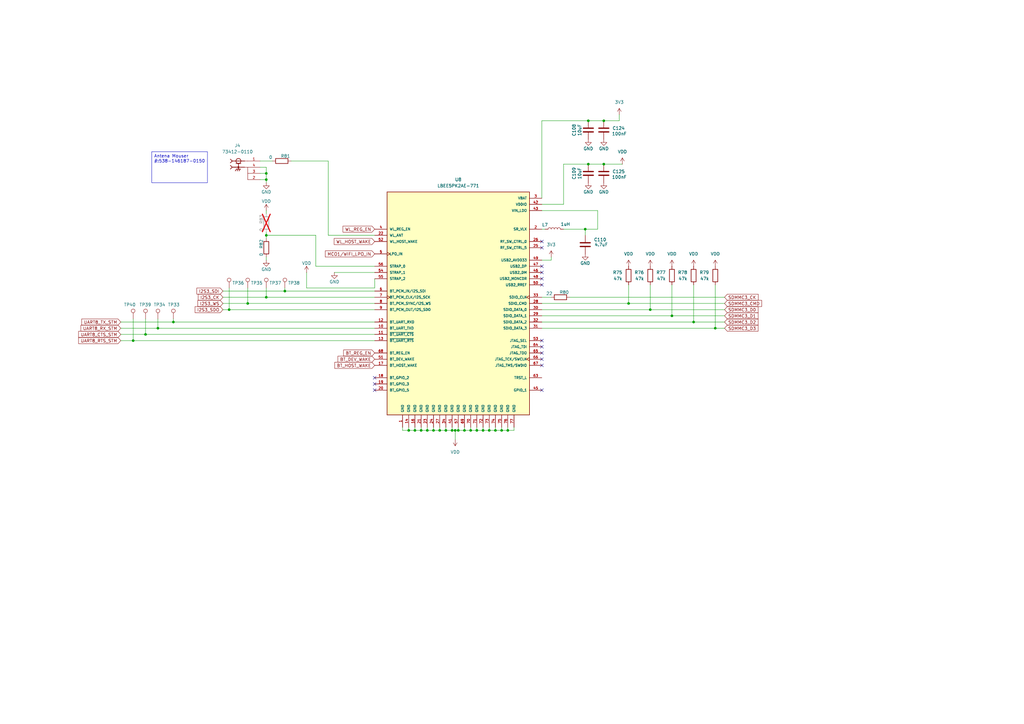
<source format=kicad_sch>
(kicad_sch (version 20250114) (generator "eeschema") (generator_version "9.0")
  (paper "A3")
  (title_block (comment 1 "Author: Mykola Grodskyi"))
  (lib_symbols
    (symbol "73412-0110:73412-0110" (pin_names (offset 1.016))
      (property "Reference" "J" (at -3.81 4.064 0))
      (property "Value" "73412-0110" (at -10.414 -4.572 0))
      (symbol "73412-0110_0_0"
        (polyline (pts (xy -3.302 3.302) (xy -2.54 2.54)) (stroke (width 0.254)))
        (polyline (pts (xy -3.302 1.778) (xy -2.54 2.54)) (stroke (width 0.254)))
        (polyline (pts (xy -3.302 0.762) (xy -2.54 0)) (stroke (width 0.254)))
        (polyline (pts (xy -3.302 -0.762) (xy -2.54 0)) (stroke (width 0.254)))
        (polyline (pts (xy -2.54 2.54) (xy 2.54 2.54)) (stroke (width 0.254)))
        (polyline (pts (xy -2.54 0) (xy 0 0)) (stroke (width 0.254)))
        (polyline (pts (xy -1.016 1.524) (xy 0 1.524)) (stroke (width 0.254)))
        (polyline (pts (xy -0.762 -0.762) (xy -1.27 -1.524)) (stroke (width 0.254)))
        (circle (center 0 2.54) (radius 1.016) (stroke (width 0.254)))
        (polyline (pts (xy 0 1.524) (xy 0 0)) (stroke (width 0.254)))
        (polyline (pts (xy 0 1.524) (xy 1.016 1.524)) (stroke (width 0.254)))
        (polyline (pts (xy 0 0) (xy -2.286 0)) (stroke (width 0.254)))
        (polyline (pts (xy 0 0) (xy 0 -0.762)) (stroke (width 0.254)))
        (circle (center 0 0) (radius 0.254) (stroke (width 0.254)))
        (polyline (pts (xy 0 -0.762) (xy -0.762 -0.762)) (stroke (width 0.254)))
        (polyline (pts (xy 0 -0.762) (xy -0.508 -1.524)) (stroke (width 0.254)))
        (polyline (pts (xy 0 -0.762) (xy 0.762 -0.762)) (stroke (width 0.254)))
        (polyline (pts (xy 0.762 -0.762) (xy 0.254 -1.524)) (stroke (width 0.254)))
        (polyline (pts (xy 2.54 0) (xy 0 0)) (stroke (width 0.254)))
        (pin passive line (at 8.89 2.54 180) (length 5.08) (name "~") (number "1"))
        (pin power_in line (at 8.89 0 180) (length 5.08) (name "~") (number "4"))
        (pin power_in line (at 8.89 -2.54 180) (length 5.08) (name "~") (number "3"))
        (pin power_in line (at 8.89 -5.08 180) (length 5.08) (name "~") (number "2"))
      )
      (symbol "73412-0110_0_1"
        (polyline (pts (xy 2.54 0) (xy 3.81 0) (xy 3.81 -5.08)))
        (polyline (pts (xy 3.81 2.54) (xy 2.54 2.54)))
      )
    )
    (symbol "Connector:TestPoint" (pin_numbers (hide yes)) (pin_names (offset 0.762) (hide yes))
      (property "Reference" "TP" (at 0 6.858 0))
      (property "Value" "TestPoint" (at 0 5.08 0))
      (symbol "TestPoint_0_1"
        (circle (center 0 3.302) (radius 0.762))
      )
      (symbol "TestPoint_1_1"
        (pin passive line (at 0 0 90) (length 2.54) (name "1") (number "1"))
      )
    )
    (symbol "Device:C" (pin_numbers (hide yes)) (pin_names (offset 0.254))
      (property "Reference" "C" (at 0.635 2.54 0))
      (property "Value" "C" (at 0.635 -2.54 0))
      (symbol "C_0_1"
        (polyline (pts (xy -2.032 0.762) (xy 2.032 0.762)) (stroke (width 0.508)))
        (polyline (pts (xy -2.032 -0.762) (xy 2.032 -0.762)) (stroke (width 0.508)))
      )
      (symbol "C_1_1"
        (pin passive line (at 0 3.81 270) (length 2.794) (name "~") (number "1"))
        (pin passive line (at 0 -3.81 90) (length 2.794) (name "~") (number "2"))
      )
    )
    (symbol "Device:L" (pin_numbers (hide yes)) (pin_names (offset 1.016) (hide yes))
      (property "Reference" "L" (at -1.27 0 90))
      (property "Value" "L" (at 1.905 0 90))
      (symbol "L_0_1"
        (arc (start 0 2.54) (mid 0.6323 1.905) (end 0 1.27))
        (arc (start 0 1.27) (mid 0.6323 0.635) (end 0 0))
        (arc (start 0 0) (mid 0.6323 -0.635) (end 0 -1.27))
        (arc (start 0 -1.27) (mid 0.6323 -1.905) (end 0 -2.54))
      )
      (symbol "L_1_1"
        (pin passive line (at 0 3.81 270) (length 1.27) (name "1") (number "1"))
        (pin passive line (at 0 -3.81 90) (length 1.27) (name "2") (number "2"))
      )
    )
    (symbol "Device:R" (pin_numbers (hide yes)) (pin_names (offset 0))
      (property "Reference" "R" (at 2.032 0 90))
      (property "Value" "R" (at 0 0 90))
      (symbol "R_0_1"
        (rectangle (start -1.016 -2.54) (end 1.016 2.54) (stroke (width 0.254)))
      )
      (symbol "R_1_1"
        (pin passive line (at 0 3.81 270) (length 1.27) (name "~") (number "1"))
        (pin passive line (at 0 -3.81 90) (length 1.27) (name "~") (number "2"))
      )
    )
    (symbol "LBEE5PK2AE:LBEE5PK2BC-771" (pin_names (offset 1.016))
      (property "Reference" "U" (at -27.94 46.482 0))
      (property "Value" "LBEE5PK2AE-771" (at -21.59 46.482 0))
      (symbol "LBEE5PK2BC-771_0_0"
        (rectangle (start -29.21 45.72) (end 29.21 -45.72) (stroke (width 0.254)) (fill (type background)))
        (pin input line (at -34.29 30.48 0) (length 5.08) (name "WL_REG_EN") (number "4"))
        (pin output line (at -34.29 27.94 0) (length 5.08) (name "WL_ANT") (number "22"))
        (pin output line (at -34.29 25.4 0) (length 5.08) (name "WL_HOST_WAKE") (number "52"))
        (pin input clock (at -34.29 20.32 0) (length 5.08) (name "LPO_IN") (number "5"))
        (pin input line (at -34.29 15.24 0) (length 5.08) (name "STRAP_0") (number "56"))
        (pin input line (at -34.29 12.7 0) (length 5.08) (name "STRAP_1") (number "54"))
        (pin input line (at -34.29 10.16 0) (length 5.08) (name "STRAP_2") (number "55"))
        (pin input line (at -34.29 -7.62 0) (length 5.08) (name "BT_UART_RXD") (number "12"))
        (pin output line (at -34.29 -10.16 0) (length 5.08) (name "BT_UART_TXD") (number "10"))
        (pin input line (at -34.29 -12.7 0) (length 5.08) (name "~{BT_UART_CTS}") (number "11"))
        (pin output line (at -34.29 -15.24 0) (length 5.08) (name "~{BT_UART_RTS}") (number "13"))
        (pin input line (at -34.29 -20.32 0) (length 5.08) (name "BT_REG_EN") (number "68"))
        (pin input line (at -34.29 -22.86 0) (length 5.08) (name "BT_DEV_WAKE") (number "51"))
        (pin bidirectional line (at -34.29 -25.4 0) (length 5.08) (name "BT_HOST_WAKE") (number "17"))
        (pin bidirectional line (at -34.29 -30.48 0) (length 5.08) (name "BT_GPIO_2") (number "18"))
        (pin bidirectional line (at -34.29 -33.02 0) (length 5.08) (name "BT_GPIO_3") (number "19"))
        (pin bidirectional line (at -34.29 -35.56 0) (length 5.08) (name "BT_GPIO_5") (number "20"))
        (pin power_in line (at -22.86 -50.8 90) (length 5.08) (name "GND") (number "1"))
        (pin power_in line (at -20.32 -50.8 90) (length 5.08) (name "GND") (number "14"))
        (pin power_in line (at -17.78 -50.8 90) (length 5.08) (name "GND") (number "16"))
        (pin power_in line (at -15.24 -50.8 90) (length 5.08) (name "GND") (number "21"))
        (pin power_in line (at -12.7 -50.8 90) (length 5.08) (name "GND") (number "23"))
        (pin power_in line (at -10.16 -50.8 90) (length 5.08) (name "GND") (number "24"))
        (pin power_in line (at -7.62 -50.8 90) (length 5.08) (name "GND") (number "27"))
        (pin power_in line (at -5.08 -50.8 90) (length 5.08) (name "GND") (number "34"))
        (pin power_in line (at -2.54 -50.8 90) (length 5.08) (name "GND") (number "41"))
        (pin power_in line (at 0 -50.8 90) (length 5.08) (name "GND") (number "57"))
        (pin no_connect line (at 1.27 -5.08 0) (length 5.08) (hide yes) (name "NC") (number "15"))
        (pin no_connect line (at 1.27 -7.62 0) (length 5.08) (hide yes) (name "NC") (number "35"))
        (pin no_connect line (at 1.27 -10.16 0) (length 5.08) (hide yes) (name "NC") (number "36"))
        (pin no_connect line (at 1.27 -12.7 0) (length 5.08) (hide yes) (name "NC") (number "37"))
        (pin no_connect line (at 1.27 -15.24 0) (length 5.08) (hide yes) (name "NC") (number "38"))
        (pin no_connect line (at 1.27 -17.78 0) (length 5.08) (hide yes) (name "NC") (number "39"))
        (pin no_connect line (at 1.27 -20.32 0) (length 5.08) (hide yes) (name "NC") (number "40"))
        (pin no_connect line (at 1.27 -22.86 0) (length 5.08) (hide yes) (name "NC") (number "59"))
        (pin no_connect line (at 1.27 -25.4 0) (length 5.08) (hide yes) (name "NC") (number "60"))
        (pin power_in line (at 2.54 -50.8 90) (length 5.08) (name "GND") (number "69"))
        (pin power_in line (at 5.08 -50.8 90) (length 5.08) (name "GND") (number "70"))
        (pin power_in line (at 7.62 -50.8 90) (length 5.08) (name "GND") (number "71"))
        (pin power_in line (at 10.16 -50.8 90) (length 5.08) (name "GND") (number "72"))
        (pin power_in line (at 12.7 -50.8 90) (length 5.08) (name "GND") (number "73"))
        (pin power_in line (at 15.24 -50.8 90) (length 5.08) (name "GND") (number "74"))
        (pin power_in line (at 17.78 -50.8 90) (length 5.08) (name "GND") (number "75"))
        (pin power_in line (at 20.32 -50.8 90) (length 5.08) (name "GND") (number "76"))
        (pin power_in line (at 22.86 -50.8 90) (length 5.08) (name "GND") (number "77"))
        (pin power_in line (at 34.29 43.18 180) (length 5.08) (name "VBAT") (number "3"))
        (pin power_in line (at 34.29 40.64 180) (length 5.08) (name "VDDIO") (number "42"))
        (pin power_in line (at 34.29 38.1 180) (length 5.08) (name "VIN_LDO") (number "43"))
        (pin output line (at 34.29 30.48 180) (length 5.08) (name "SR_VLX") (number "2"))
        (pin output line (at 34.29 25.4 180) (length 5.08) (name "RF_SW_CTRL_0") (number "26"))
        (pin output line (at 34.29 22.86 180) (length 5.08) (name "RF_SW_CTRL_5") (number "25"))
        (pin power_in line (at 34.29 17.78 180) (length 5.08) (name "USB2_AVDD33") (number "49"))
        (pin bidirectional line (at 34.29 15.24 180) (length 5.08) (name "USB2_DP") (number "47"))
        (pin bidirectional line (at 34.29 12.7 180) (length 5.08) (name "USB2_DM") (number "46"))
        (pin output line (at 34.29 10.16 180) (length 5.08) (name "USB2_MONCDR") (number "48"))
        (pin bidirectional line (at 34.29 7.62 180) (length 5.08) (name "USB2_RREF") (number "50"))
        (pin input clock (at 34.29 2.54 180) (length 5.08) (name "SDIO_CLK") (number "33"))
        (pin bidirectional line (at 34.29 0 180) (length 5.08) (name "SDIO_CMD") (number "28"))
        (pin bidirectional line (at 34.29 -2.54 180) (length 5.08) (name "SDIO_DATA_0") (number "30"))
        (pin bidirectional line (at 34.29 -5.08 180) (length 5.08) (name "SDIO_DATA_1") (number "29"))
        (pin bidirectional line (at 34.29 -7.62 180) (length 5.08) (name "SDIO_DATA_2") (number "32"))
        (pin bidirectional line (at 34.29 -10.16 180) (length 5.08) (name "SDIO_DATA_3") (number "31"))
        (pin input line (at 34.29 -15.24 180) (length 5.08) (name "JTAG_SEL") (number "53"))
        (pin bidirectional line (at 34.29 -17.78 180) (length 5.08) (name "JTAG_TDI") (number "64"))
        (pin bidirectional line (at 34.29 -20.32 180) (length 5.08) (name "JTAG_TDO") (number "65"))
        (pin bidirectional clock (at 34.29 -22.86 180) (length 5.08) (name "JTAG_TCK/SWCLK") (number "66"))
        (pin bidirectional line (at 34.29 -25.4 180) (length 5.08) (name "JTAG_TMS/SWDIO") (number "67"))
        (pin bidirectional line (at 34.29 -30.48 180) (length 5.08) (name "TRST_L") (number "63"))
        (pin bidirectional line (at 34.29 -35.56 180) (length 5.08) (name "GPIO_1") (number "45"))
      )
      (symbol "LBEE5PK2BC-771_1_0"
        (pin input line (at -34.29 5.08 0) (length 5.08) (name "BT_PCM_IN/I2S_SDI") (number "6"))
        (pin bidirectional clock (at -34.29 2.54 0) (length 5.08) (name "BT_PCM_CLK/I2S_SCK") (number "7"))
        (pin bidirectional line (at -34.29 0 0) (length 5.08) (name "BT_PCM_SYNC/I2S_WS") (number "8"))
        (pin output line (at -34.29 -2.54 0) (length 5.08) (name "BT_PCM_OUT/I2S_SDO") (number "9"))
        (pin no_connect line (at 1.27 -2.54 0) (length 5.08) (hide yes) (name "NC") (number "44"))
        (pin no_connect line (at 1.27 -27.94 0) (length 5.08) (hide yes) (name "NC") (number "58"))
        (pin no_connect line (at 1.27 -30.48 0) (length 5.08) (hide yes) (name "NC") (number "61"))
        (pin no_connect line (at 1.27 -33.02 0) (length 5.08) (hide yes) (name "NC") (number "62"))
      )
    )
    (symbol "power:+3.3V" (power) (pin_numbers (hide yes)) (pin_names (offset 0) (hide yes))
      (property "Value" "+3.3V" (at 0 3.556 0))
      (symbol "+3.3V_0_1"
        (polyline (pts (xy -0.762 1.27) (xy 0 2.54)))
        (polyline (pts (xy 0 2.54) (xy 0.762 1.27)))
        (polyline (pts (xy 0 0) (xy 0 2.54)))
      )
      (symbol "+3.3V_1_1"
        (pin power_in line (at 0 0 90) (length 0) (name "~") (number "1"))
      )
    )
    (symbol "power:+36V" (power) (pin_numbers (hide yes)) (pin_names (offset 0) (hide yes))
      (property "Value" "+36V" (at 0 3.556 0))
      (symbol "+36V_0_1"
        (polyline (pts (xy -0.762 1.27) (xy 0 2.54)))
        (polyline (pts (xy 0 2.54) (xy 0.762 1.27)))
        (polyline (pts (xy 0 0) (xy 0 2.54)))
      )
      (symbol "+36V_1_1"
        (pin power_in line (at 0 0 90) (length 0) (name "~") (number "1"))
      )
    )
    (symbol "power:GND" (power) (pin_numbers (hide yes)) (pin_names (offset 0) (hide yes))
      (property "Value" "GND" (at 0 -3.81 0))
      (symbol "GND_0_1"
        (polyline (pts (xy 0 0) (xy 0 -1.27) (xy 1.27 -1.27) (xy 0 -2.54) (xy -1.27 -1.27) (xy 0 -1.27)))
      )
      (symbol "GND_1_1"
        (pin power_in line (at 0 0 270) (length 0) (name "~") (number "1"))
      )
    )
  )
  (text_box "Antena Mouser #:538-146187-0150" (at 62.23 62.23 0) (size 22.86 12.7) (margins 0.9525 0.9525 0.9525 0.9525) (effects (font (size 1.27 1.27)) (justify left top)))
  (junction (at 170.18 176.53))
  (junction (at 203.2 176.53))
  (junction (at 180.34 176.53))
  (junction (at 284.48 132.08))
  (junction (at 208.28 176.53))
  (junction (at 109.22 121.92))
  (junction (at 275.59 129.54))
  (junction (at 59.69 137.16))
  (junction (at 195.58 176.53))
  (junction (at 177.8 176.53))
  (junction (at 64.77 134.62))
  (junction (at 116.84 119.38))
  (junction (at 247.65 67.31))
  (junction (at 109.22 71.12))
  (junction (at 54.61 139.7))
  (junction (at 241.3 67.31))
  (junction (at 109.22 73.66))
  (junction (at 198.12 176.53))
  (junction (at 175.26 176.53))
  (junction (at 266.7 127))
  (junction (at 190.5 176.53))
  (junction (at 71.12 132.08))
  (junction (at 257.81 124.46))
  (junction (at 205.74 176.53))
  (junction (at 293.37 134.62))
  (junction (at 101.6 124.46))
  (junction (at 193.04 176.53))
  (junction (at 186.69 176.53))
  (junction (at 200.66 176.53))
  (junction (at 240.03 93.98))
  (junction (at 241.3 49.53))
  (junction (at 187.96 176.53))
  (junction (at 185.42 176.53))
  (junction (at 167.64 176.53))
  (junction (at 182.88 176.53))
  (junction (at 247.65 49.53))
  (junction (at 109.22 96.52))
  (junction (at 93.98 127))
  (junction (at 172.72 176.53))
  (no_connect (at 153.67 154.94))
  (no_connect (at 222.25 111.76))
  (no_connect (at 222.25 116.84))
  (no_connect (at 222.25 149.86))
  (no_connect (at 222.25 139.7))
  (no_connect (at 222.25 114.3))
  (no_connect (at 222.25 109.22))
  (no_connect (at 153.67 157.48))
  (no_connect (at 222.25 99.06))
  (no_connect (at 222.25 160.02))
  (no_connect (at 222.25 147.32))
  (no_connect (at 222.25 144.78))
  (no_connect (at 222.25 142.24))
  (no_connect (at 222.25 101.6))
  (no_connect (at 153.67 160.02))
  (wire (pts (xy 231.14 93.98) (xy 240.03 93.98)))
  (wire (pts (xy 153.67 118.11) (xy 153.67 114.3)))
  (wire (pts (xy 233.68 121.92) (xy 297.18 121.92)))
  (wire (pts (xy 222.25 134.62) (xy 293.37 134.62)))
  (wire (pts (xy 222.25 132.08) (xy 284.48 132.08)))
  (wire (pts (xy 226.06 106.68) (xy 222.25 106.68)))
  (wire (pts (xy 109.22 73.66) (xy 109.22 71.12)))
  (wire (pts (xy 93.98 127) (xy 153.67 127)))
  (wire (pts (xy 172.72 176.53) (xy 172.72 175.26)))
  (wire (pts (xy 195.58 176.53) (xy 198.12 176.53)))
  (wire (pts (xy 109.22 121.92) (xy 153.67 121.92)))
  (wire (pts (xy 177.8 176.53) (xy 180.34 176.53)))
  (wire (pts (xy 109.22 96.52) (xy 129.54 96.52)))
  (wire (pts (xy 125.73 118.11) (xy 153.67 118.11)))
  (wire (pts (xy 172.72 176.53) (xy 175.26 176.53)))
  (wire (pts (xy 226.06 105.41) (xy 226.06 106.68)))
  (wire (pts (xy 241.3 49.53) (xy 247.65 49.53)))
  (wire (pts (xy 222.25 83.82) (xy 231.14 83.82)))
  (wire (pts (xy 109.22 68.58) (xy 106.68 68.58)))
  (wire (pts (xy 241.3 49.53) (xy 222.25 49.53)))
  (wire (pts (xy 49.53 134.62) (xy 64.77 134.62)))
  (wire (pts (xy 186.69 176.53) (xy 186.69 180.34)))
  (wire (pts (xy 101.6 118.11) (xy 101.6 124.46)))
  (wire (pts (xy 180.34 176.53) (xy 182.88 176.53)))
  (wire (pts (xy 106.68 71.12) (xy 109.22 71.12)))
  (wire (pts (xy 254 46.99) (xy 254 49.53)))
  (wire (pts (xy 49.53 139.7) (xy 54.61 139.7)))
  (wire (pts (xy 247.65 67.31) (xy 255.27 67.31)))
  (wire (pts (xy 203.2 176.53) (xy 205.74 176.53)))
  (wire (pts (xy 222.25 129.54) (xy 275.59 129.54)))
  (wire (pts (xy 297.18 129.54) (xy 275.59 129.54)))
  (wire (pts (xy 170.18 176.53) (xy 170.18 175.26)))
  (wire (pts (xy 222.25 49.53) (xy 222.25 81.28)))
  (wire (pts (xy 200.66 176.53) (xy 200.66 175.26)))
  (wire (pts (xy 182.88 176.53) (xy 182.88 175.26)))
  (wire (pts (xy 297.18 132.08) (xy 284.48 132.08)))
  (wire (pts (xy 109.22 96.52) (xy 109.22 95.25)))
  (wire (pts (xy 210.82 176.53) (xy 210.82 175.26)))
  (wire (pts (xy 185.42 176.53) (xy 186.69 176.53)))
  (wire (pts (xy 134.62 96.52) (xy 153.67 96.52)))
  (wire (pts (xy 106.68 66.04) (xy 111.76 66.04)))
  (wire (pts (xy 170.18 176.53) (xy 172.72 176.53)))
  (wire (pts (xy 177.8 176.53) (xy 177.8 175.26)))
  (wire (pts (xy 137.16 111.76) (xy 153.67 111.76)))
  (wire (pts (xy 222.25 86.36) (xy 245.11 86.36)))
  (wire (pts (xy 49.53 137.16) (xy 59.69 137.16)))
  (wire (pts (xy 116.84 119.38) (xy 153.67 119.38)))
  (wire (pts (xy 187.96 176.53) (xy 190.5 176.53)))
  (wire (pts (xy 185.42 176.53) (xy 185.42 175.26)))
  (wire (pts (xy 91.44 124.46) (xy 101.6 124.46)))
  (wire (pts (xy 208.28 176.53) (xy 208.28 175.26)))
  (wire (pts (xy 180.34 176.53) (xy 180.34 175.26)))
  (wire (pts (xy 186.69 176.53) (xy 187.96 176.53)))
  (wire (pts (xy 71.12 130.81) (xy 71.12 132.08)))
  (wire (pts (xy 167.64 176.53) (xy 170.18 176.53)))
  (wire (pts (xy 106.68 73.66) (xy 109.22 73.66)))
  (wire (pts (xy 109.22 74.93) (xy 109.22 73.66)))
  (wire (pts (xy 222.25 124.46) (xy 257.81 124.46)))
  (wire (pts (xy 297.18 134.62) (xy 293.37 134.62)))
  (wire (pts (xy 116.84 118.11) (xy 116.84 119.38)))
  (wire (pts (xy 59.69 137.16) (xy 153.67 137.16)))
  (wire (pts (xy 59.69 130.81) (xy 59.69 137.16)))
  (wire (pts (xy 91.44 127) (xy 93.98 127)))
  (wire (pts (xy 101.6 124.46) (xy 153.67 124.46)))
  (wire (pts (xy 109.22 96.52) (xy 109.22 97.79)))
  (wire (pts (xy 134.62 66.04) (xy 134.62 96.52)))
  (wire (pts (xy 91.44 121.92) (xy 109.22 121.92)))
  (wire (pts (xy 119.38 66.04) (xy 134.62 66.04)))
  (wire (pts (xy 71.12 132.08) (xy 153.67 132.08)))
  (wire (pts (xy 275.59 116.84) (xy 275.59 129.54)))
  (wire (pts (xy 266.7 116.84) (xy 266.7 127)))
  (wire (pts (xy 222.25 93.98) (xy 223.52 93.98)))
  (wire (pts (xy 195.58 176.53) (xy 195.58 175.26)))
  (wire (pts (xy 193.04 176.53) (xy 195.58 176.53)))
  (wire (pts (xy 187.96 176.53) (xy 187.96 175.26)))
  (wire (pts (xy 203.2 176.53) (xy 203.2 175.26)))
  (wire (pts (xy 190.5 176.53) (xy 190.5 175.26)))
  (wire (pts (xy 297.18 127) (xy 266.7 127)))
  (wire (pts (xy 93.98 118.11) (xy 93.98 127)))
  (wire (pts (xy 240.03 93.98) (xy 240.03 96.52)))
  (wire (pts (xy 91.44 119.38) (xy 116.84 119.38)))
  (wire (pts (xy 297.18 124.46) (xy 257.81 124.46)))
  (wire (pts (xy 165.1 176.53) (xy 167.64 176.53)))
  (wire (pts (xy 247.65 49.53) (xy 254 49.53)))
  (wire (pts (xy 293.37 116.84) (xy 293.37 134.62)))
  (wire (pts (xy 231.14 67.31) (xy 241.3 67.31)))
  (wire (pts (xy 240.03 93.98) (xy 245.11 93.98)))
  (wire (pts (xy 231.14 83.82) (xy 231.14 67.31)))
  (wire (pts (xy 182.88 176.53) (xy 185.42 176.53)))
  (wire (pts (xy 205.74 176.53) (xy 208.28 176.53)))
  (wire (pts (xy 129.54 96.52) (xy 129.54 109.22)))
  (wire (pts (xy 175.26 176.53) (xy 177.8 176.53)))
  (wire (pts (xy 109.22 106.68) (xy 109.22 105.41)))
  (wire (pts (xy 198.12 176.53) (xy 200.66 176.53)))
  (wire (pts (xy 193.04 176.53) (xy 193.04 175.26)))
  (wire (pts (xy 198.12 176.53) (xy 198.12 175.26)))
  (wire (pts (xy 190.5 176.53) (xy 193.04 176.53)))
  (wire (pts (xy 245.11 86.36) (xy 245.11 93.98)))
  (wire (pts (xy 54.61 139.7) (xy 153.67 139.7)))
  (wire (pts (xy 175.26 176.53) (xy 175.26 175.26)))
  (wire (pts (xy 205.74 176.53) (xy 205.74 175.26)))
  (wire (pts (xy 109.22 118.11) (xy 109.22 121.92)))
  (wire (pts (xy 64.77 130.81) (xy 64.77 134.62)))
  (wire (pts (xy 241.3 67.31) (xy 247.65 67.31)))
  (wire (pts (xy 167.64 176.53) (xy 167.64 175.26)))
  (wire (pts (xy 54.61 130.81) (xy 54.61 139.7)))
  (wire (pts (xy 109.22 71.12) (xy 109.22 68.58)))
  (wire (pts (xy 49.53 132.08) (xy 71.12 132.08)))
  (wire (pts (xy 129.54 109.22) (xy 153.67 109.22)))
  (wire (pts (xy 165.1 176.53) (xy 165.1 175.26)))
  (wire (pts (xy 284.48 116.84) (xy 284.48 132.08)))
  (wire (pts (xy 64.77 134.62) (xy 153.67 134.62)))
  (wire (pts (xy 208.28 176.53) (xy 210.82 176.53)))
  (wire (pts (xy 125.73 111.76) (xy 125.73 118.11)))
  (wire (pts (xy 109.22 86.36) (xy 109.22 87.63)))
  (wire (pts (xy 200.66 176.53) (xy 203.2 176.53)))
  (wire (pts (xy 222.25 127) (xy 266.7 127)))
  (wire (pts (xy 257.81 116.84) (xy 257.81 124.46)))
  (wire (pts (xy 222.25 121.92) (xy 226.06 121.92)))
  (global_label "I2S3_WS" (shape input) (at 91.44 124.46 180) (property "Intersheetrefs" "${INTERSHEET_REFS}" (effects (hide yes))))
  (global_label "UART8_CTS_STM" (shape input) (at 49.53 137.16 180) (property "Intersheetrefs" "${INTERSHEET_REFS}" (effects (hide yes))))
  (global_label "I2S3_SDO" (shape input) (at 91.44 127 180) (property "Intersheetrefs" "${INTERSHEET_REFS}" (effects (hide yes))))
  (global_label "UART8_RTS_STM" (shape input) (at 49.53 139.7 180) (property "Intersheetrefs" "${INTERSHEET_REFS}" (effects (hide yes))))
  (global_label "SDMMC3_D2" (shape input) (at 297.18 132.08 0) (property "Intersheetrefs" "${INTERSHEET_REFS}" (effects (hide yes))))
  (global_label "WL_HOST_WAKE" (shape input) (at 153.67 99.06 180) (property "Intersheetrefs" "${INTERSHEET_REFS}" (effects (hide yes))))
  (global_label "UART8_TX_STM" (shape input) (at 49.53 132.08 180) (property "Intersheetrefs" "${INTERSHEET_REFS}" (effects (hide yes))))
  (global_label "MCO1{slash}WIFI_LPO_IN" (shape input) (at 153.67 104.14 180) (property "Intersheetrefs" "${INTERSHEET_REFS}" (effects (hide yes))))
  (global_label "SDMMC3_CK" (shape input) (at 297.18 121.92 0) (property "Intersheetrefs" "${INTERSHEET_REFS}" (effects (hide yes))))
  (global_label "I2S3_SDI" (shape input) (at 91.44 119.38 180) (property "Intersheetrefs" "${INTERSHEET_REFS}" (effects (hide yes))))
  (global_label "SDMMC3_D0" (shape input) (at 297.18 127 0) (property "Intersheetrefs" "${INTERSHEET_REFS}" (effects (hide yes))))
  (global_label "SDMMC3_CMD" (shape input) (at 297.18 124.46 0) (property "Intersheetrefs" "${INTERSHEET_REFS}" (effects (hide yes))))
  (global_label "WL_REG_EN" (shape input) (at 153.67 93.98 180) (property "Intersheetrefs" "${INTERSHEET_REFS}" (effects (hide yes))))
  (global_label "BT_REG_EN" (shape input) (at 153.67 144.78 180) (property "Intersheetrefs" "${INTERSHEET_REFS}" (effects (hide yes))))
  (global_label "SDMMC3_D3" (shape input) (at 297.18 134.62 0) (property "Intersheetrefs" "${INTERSHEET_REFS}" (effects (hide yes))))
  (global_label "UART8_RX_STM" (shape input) (at 49.53 134.62 180) (property "Intersheetrefs" "${INTERSHEET_REFS}" (effects (hide yes))))
  (global_label "BT_DEV_WAKE" (shape input) (at 153.67 147.32 180) (property "Intersheetrefs" "${INTERSHEET_REFS}" (effects (hide yes))))
  (global_label "BT_HOST_WAKE" (shape input) (at 153.67 149.86 180) (property "Intersheetrefs" "${INTERSHEET_REFS}" (effects (hide yes))))
  (global_label "SDMMC3_D1" (shape input) (at 297.18 129.54 0) (property "Intersheetrefs" "${INTERSHEET_REFS}" (effects (hide yes))))
  (global_label "I2S3_CK" (shape input) (at 91.44 121.92 180) (property "Intersheetrefs" "${INTERSHEET_REFS}" (effects (hide yes))))
  (symbol (lib_id "power:+36V") (at 284.48 109.22 0) (mirror y) (unit 1)
    (property "Reference" "#PWR0154" (effects (hide yes)))
    (property "Value" "VDD" (at 284.48 104.14 0))
    (property "Description" "Power symbol creates a global label with name \"+36V\"" (effects (hide yes)))
  )
  (symbol (lib_id "power:GND") (at 240.03 104.14 0) (unit 1)
    (property "Reference" "#PWR0181" (effects (hide yes)))
    (property "Value" "GND" (at 240.03 107.95 0))
    (property "Description" "Power symbol creates a global label with name \"GND\" , ground" (effects (hide yes)))
  )
  (symbol (lib_id "Connector:TestPoint") (at 54.61 130.81 0) (unit 1)
    (property "Reference" "TP40" (at 50.8 124.968 0) (effects (justify left)))
    (property "Value" "TestPoint" (effects (hide yes)))
    (property "Footprint" "TestPoint:TestPoint_Pad_D1.0mm" (effects (hide yes)))
    (property "Description" "test point" (effects (hide yes)))
  )
  (symbol (lib_id "power:+36V") (at 125.73 111.76 0) (mirror y) (unit 1)
    (property "Reference" "#PWR0178" (effects (hide yes)))
    (property "Value" "VDD" (at 125.73 107.95 0))
    (property "Description" "Power symbol creates a global label with name \"+36V\"" (effects (hide yes)))
  )
  (symbol (lib_id "power:GND") (at 137.16 111.76 0) (unit 1)
    (property "Reference" "#PWR0177" (effects (hide yes)))
    (property "Value" "GND" (at 137.16 115.57 0))
    (property "Description" "Power symbol creates a global label with name \"GND\" , ground" (effects (hide yes)))
  )
  (symbol (lib_id "Connector:TestPoint") (at 101.6 118.11 0) (unit 1)
    (property "Reference" "TP35" (at 102.87 116.078 0) (effects (justify left)))
    (property "Value" "TestPoint" (effects (hide yes)))
    (property "Footprint" "TestPoint:TestPoint_Pad_D1.0mm" (effects (hide yes)))
    (property "Description" "test point" (effects (hide yes)))
  )
  (symbol (lib_id "Device:R") (at 109.22 101.6 0) (mirror x) (unit 1)
    (property "Reference" "R82" (at 107.188 100.076 90))
    (property "Value" "0" (at 107.188 104.394 90))
    (property "Footprint" "Resistor_SMD:R_0402_1005Metric" (effects (hide yes)))
    (property "Description" "Resistor" (effects (hide yes)))
  )
  (symbol (lib_id "Connector:TestPoint") (at 109.22 118.11 0) (unit 1)
    (property "Reference" "TP37" (at 110.49 116.078 0) (effects (justify left)))
    (property "Value" "TestPoint" (effects (hide yes)))
    (property "Footprint" "TestPoint:TestPoint_Pad_D1.0mm" (effects (hide yes)))
    (property "Description" "test point" (effects (hide yes)))
  )
  (symbol (lib_id "Connector:TestPoint") (at 71.12 130.81 0) (unit 1)
    (property "Reference" "TP33" (at 68.834 124.968 0) (effects (justify left)))
    (property "Value" "TestPoint" (effects (hide yes)))
    (property "Footprint" "TestPoint:TestPoint_Pad_D1.0mm" (effects (hide yes)))
    (property "Description" "test point" (effects (hide yes)))
  )
  (symbol (lib_id "LBEE5PK2AE:LBEE5PK2BC-771") (at 187.96 124.46 0) (unit 1)
    (property "Reference" "U8" (at 187.96 73.66 0))
    (property "Value" "LBEE5PK2AE-771" (at 187.96 76.2 0))
    (property "Footprint" "LBEE5PK2BC-771:XCVR_LBEE5PK2BC-771" (effects (hide yes)))
    (property "MF" "Murata" (effects (hide yes)))
    (property "MAXIMUM_PACKAGE_HEIGHT" "1.22mm" (effects (hide yes)))
    (property "Package" "None" (effects (hide yes)))
    (property "Price" "None" (effects (hide yes)))
    (property "STANDARD" "Manufacturer Recommendations" (effects (hide yes)))
    (property "PARTREV" "E" (effects (hide yes)))
    (property "Description_1" "Bluetooth, WiFi 802.11a/b/g/n/ac, Bluetooth v5.2 Transceiver Module 2.412GHz ~ 2.472GHz, 5.18GHz ~ 5.825GHz Surface Mount" (effects (hide yes)))
    (property "Availability" "In Stock" (effects (hide yes)))
    (property "MANUFACTURER" "Murata" (effects (hide yes)))
    (property "Check_prices" "https://www.snapeda.com/parts/LBEE5PK2BC-771/Murata/view-part/?ref=eda" (effects (hide yes)))
    (property "SnapEDA_Link" "https://www.snapeda.com/parts/LBEE5PK2BC-771/Murata/view-part/?ref=snap" (effects (hide yes)))
    (property "MP" "LBEE5PK2BC-771" (effects (hide yes)))
    (property "SNAPEDA_PN" "LBEE5PK2BC-771" (effects (hide yes)))
  )
  (symbol (lib_id "power:GND") (at 109.22 74.93 0) (unit 1)
    (property "Reference" "#PWR0184" (effects (hide yes)))
    (property "Value" "GND" (at 109.22 78.74 0))
    (property "Description" "Power symbol creates a global label with name \"GND\" , ground" (effects (hide yes)))
  )
  (symbol (lib_id "power:GND") (at 109.22 106.68 0) (unit 1)
    (property "Reference" "#PWR0179" (effects (hide yes)))
    (property "Value" "GND" (at 109.22 110.49 0))
    (property "Description" "Power symbol creates a global label with name \"GND\" , ground" (effects (hide yes)))
  )
  (symbol (lib_id "73412-0110:73412-0110") (at 97.79 68.58 0) (unit 1)
    (property "Reference" "J4" (at 97.409 59.69 0))
    (property "Value" "73412-0110" (at 97.409 62.23 0))
    (property "Footprint" "73412-0110:MOLEX_73412-0110" (effects (hide yes)))
    (property "MF" "Molex" (effects (hide yes)))
    (property "MAXIMUM_PACKAGE_HEIGHT" "1.31 mm" (effects (hide yes)))
    (property "Package" "None" (effects (hide yes)))
    (property "Price" "None" (effects (hide yes)))
    (property "Check_prices" "https://www.snapeda.com/parts/73412-0110/Molex/view-part/?ref=eda" (effects (hide yes)))
    (property "STANDARD" "Manufacturer Recommendations" (effects (hide yes)))
    (property "PARTREV" "D" (effects (hide yes)))
    (property "SnapEDA_Link" "https://www.snapeda.com/parts/73412-0110/Molex/view-part/?ref=snap" (effects (hide yes)))
    (property "MP" "73412-0110" (effects (hide yes)))
    (property "Description_1" "Conn; RF/Coaxial; SMT; 50 Ohms; 1.25mm; Straight; Jack; Gold Plated | Molex Incorporated 73412-0110" (effects (hide yes)))
    (property "Availability" "In Stock" (effects (hide yes)))
    (property "MANUFACTURER" "Molex" (effects (hide yes)))
  )
  (symbol (lib_id "power:+3.3V") (at 226.06 105.41 0) (unit 1)
    (property "Reference" "#PWR0183" (effects (hide yes)))
    (property "Value" "3V3" (at 226.06 100.33 0))
    (property "Description" "Power symbol creates a global label with name \"+3.3V\"" (effects (hide yes)))
  )
  (symbol (lib_id "Device:C") (at 247.65 71.12 180) (unit 1)
    (property "Reference" "C125" (at 253.746 70.358 0))
    (property "Value" "100nF" (at 254 72.644 0))
    (property "Footprint" "Capacitor_SMD:C_0402_1005Metric" (effects (hide yes)))
    (property "Description" "Unpolarized capacitor" (effects (hide yes)))
    (property "P/N" " GRM155R61E104KA87J" (effects (hide yes)))
    (property "Mouser P/N" "81-GRM155R61E104KA7J" (effects (hide yes)))
  )
  (symbol (lib_id "Device:C") (at 247.65 53.34 180) (unit 1)
    (property "Reference" "C124" (at 253.746 52.578 0))
    (property "Value" "100nF" (at 254 54.864 0))
    (property "Footprint" "Capacitor_SMD:C_0402_1005Metric" (effects (hide yes)))
    (property "Description" "Unpolarized capacitor" (effects (hide yes)))
    (property "P/N" " GRM155R61E104KA87J" (effects (hide yes)))
    (property "Mouser P/N" "81-GRM155R61E104KA7J" (effects (hide yes)))
  )
  (symbol (lib_id "Device:R") (at 284.48 113.03 0) (mirror x) (unit 1)
    (property "Reference" "R78" (at 281.94 111.7599 0) (effects (justify right)))
    (property "Value" "47k" (at 281.94 114.2999 0) (effects (justify right)))
    (property "Footprint" "Resistor_SMD:R_0402_1005Metric" (effects (hide yes)))
    (property "Description" "Resistor" (effects (hide yes)))
  )
  (symbol (lib_id "Device:L") (at 227.33 93.98 90) (unit 1)
    (property "Reference" "L7" (at 223.52 92.202 90))
    (property "Value" "1uH" (at 231.902 91.948 90))
    (property "Footprint" "Inductor_SMD:L_Murata_DFE201610P" (effects (hide yes)))
    (property "Description" "Inductor" (effects (hide yes)))
    (property "P/N" " DFE201612E-2R2M=P2" (effects (hide yes)))
    (property "Mouser P/N" "81-DFE201612E-2R2MP2" (effects (hide yes)))
  )
  (symbol (lib_id "power:+36V") (at 186.69 180.34 180) (unit 1)
    (property "Reference" "#PWR0182" (effects (hide yes)))
    (property "Value" "VDD" (at 186.69 185.42 0))
    (property "Description" "Power symbol creates a global label with name \"+36V\"" (effects (hide yes)))
  )
  (symbol (lib_id "power:+36V") (at 109.22 86.36 0) (mirror y) (unit 1)
    (property "Reference" "#PWR0180" (effects (hide yes)))
    (property "Value" "VDD" (at 109.22 82.55 0))
    (property "Description" "Power symbol creates a global label with name \"+36V\"" (effects (hide yes)))
  )
  (symbol (lib_id "power:GND") (at 241.3 57.15 0) (unit 1)
    (property "Reference" "#PWR0145" (effects (hide yes)))
    (property "Value" "GND" (at 241.3 60.96 0))
    (property "Description" "Power symbol creates a global label with name \"GND\" , ground" (effects (hide yes)))
  )
  (symbol (lib_id "power:GND") (at 247.65 57.15 0) (unit 1)
    (property "Reference" "#PWR0146" (effects (hide yes)))
    (property "Value" "GND" (at 247.65 60.96 0))
    (property "Description" "Power symbol creates a global label with name \"GND\" , ground" (effects (hide yes)))
  )
  (symbol (lib_id "power:+36V") (at 293.37 109.22 0) (mirror y) (unit 1)
    (property "Reference" "#PWR0175" (effects (hide yes)))
    (property "Value" "VDD" (at 293.37 104.14 0))
    (property "Description" "Power symbol creates a global label with name \"+36V\"" (effects (hide yes)))
  )
  (symbol (lib_id "Device:C") (at 241.3 71.12 180) (unit 1)
    (property "Reference" "C109" (at 235.458 71.12 90))
    (property "Value" "10uF" (at 237.744 71.12 90))
    (property "Footprint" "Capacitor_SMD:C_0603_1608Metric" (effects (hide yes)))
    (property "Description" "Unpolarized capacitor" (effects (hide yes)))
    (property "P/N" "GRT188R61A106KE13D" (effects (hide yes)))
    (property "Mouser P/N" "81-GRT188R61A106KE3D" (effects (hide yes)))
  )
  (symbol (lib_id "Device:R") (at 257.81 113.03 0) (mirror x) (unit 1)
    (property "Reference" "R75" (at 255.27 111.7599 0) (effects (justify right)))
    (property "Value" "47k" (at 255.27 114.2999 0) (effects (justify right)))
    (property "Footprint" "Resistor_SMD:R_0402_1005Metric" (effects (hide yes)))
    (property "Description" "Resistor" (effects (hide yes)))
  )
  (symbol (lib_id "Device:R") (at 115.57 66.04 90) (mirror x) (unit 1)
    (property "Reference" "R81" (at 117.094 64.008 90))
    (property "Value" "0" (at 110.998 64.516 90))
    (property "Footprint" "Resistor_SMD:R_0402_1005Metric" (effects (hide yes)))
    (property "Description" "Resistor" (effects (hide yes)))
  )
  (symbol (lib_id "power:GND") (at 247.65 74.93 0) (unit 1)
    (property "Reference" "#PWR0176" (effects (hide yes)))
    (property "Value" "GND" (at 247.65 78.74 0))
    (property "Description" "Power symbol creates a global label with name \"GND\" , ground" (effects (hide yes)))
  )
  (symbol (lib_id "Device:C") (at 241.3 53.34 180) (unit 1)
    (property "Reference" "C108" (at 235.458 53.34 90))
    (property "Value" "10uF" (at 237.744 53.34 90))
    (property "Footprint" "Capacitor_SMD:C_0603_1608Metric" (effects (hide yes)))
    (property "Description" "Unpolarized capacitor" (effects (hide yes)))
    (property "P/N" "GRT188R61A106KE13D" (effects (hide yes)))
    (property "Mouser P/N" "81-GRT188R61A106KE3D" (effects (hide yes)))
  )
  (symbol (lib_id "Device:R") (at 275.59 113.03 0) (mirror x) (unit 1)
    (property "Reference" "R77" (at 273.05 111.7599 0) (effects (justify right)))
    (property "Value" "47k" (at 273.05 114.2999 0) (effects (justify right)))
    (property "Footprint" "Resistor_SMD:R_0402_1005Metric" (effects (hide yes)))
    (property "Description" "Resistor" (effects (hide yes)))
  )
  (symbol (lib_id "Connector:TestPoint") (at 64.77 130.81 0) (unit 1)
    (property "Reference" "TP34" (at 62.992 124.968 0) (effects (justify left)))
    (property "Value" "TestPoint" (effects (hide yes)))
    (property "Footprint" "TestPoint:TestPoint_Pad_D1.0mm" (effects (hide yes)))
    (property "Description" "test point" (effects (hide yes)))
  )
  (symbol (lib_id "power:GND") (at 241.3 74.93 0) (unit 1)
    (property "Reference" "#PWR0148" (effects (hide yes)))
    (property "Value" "GND" (at 241.3 78.74 0))
    (property "Description" "Power symbol creates a global label with name \"GND\" , ground" (effects (hide yes)))
  )
  (symbol (lib_id "Connector:TestPoint") (at 93.98 118.11 0) (unit 1)
    (property "Reference" "TP36" (at 95.25 116.078 0) (effects (justify left)))
    (property "Value" "TestPoint" (effects (hide yes)))
    (property "Footprint" "TestPoint:TestPoint_Pad_D1.0mm" (effects (hide yes)))
    (property "Description" "test point" (effects (hide yes)))
  )
  (symbol (lib_id "Device:R") (at 109.22 91.44 0) (mirror x) (unit 1) (dnp yes)
    (property "Reference" "R83" (at 107.188 89.916 90))
    (property "Value" "0" (at 107.188 94.234 90))
    (property "Footprint" "Resistor_SMD:R_0402_1005Metric" (effects (hide yes)))
    (property "Description" "Resistor" (effects (hide yes)))
  )
  (symbol (lib_id "power:+36V") (at 266.7 109.22 0) (mirror y) (unit 1)
    (property "Reference" "#PWR0152" (effects (hide yes)))
    (property "Value" "VDD" (at 266.7 104.14 0))
    (property "Description" "Power symbol creates a global label with name \"+36V\"" (effects (hide yes)))
  )
  (symbol (lib_id "Device:R") (at 266.7 113.03 0) (mirror x) (unit 1)
    (property "Reference" "R76" (at 264.16 111.7599 0) (effects (justify right)))
    (property "Value" "47k" (at 264.16 114.2999 0) (effects (justify right)))
    (property "Footprint" "Resistor_SMD:R_0402_1005Metric" (effects (hide yes)))
    (property "Description" "Resistor" (effects (hide yes)))
  )
  (symbol (lib_id "Device:C") (at 240.03 100.33 180) (unit 1)
    (property "Reference" "C110" (at 243.586 98.298 0) (effects (justify right)))
    (property "Value" "4.7uF" (at 243.84 100.33 0) (effects (justify right)))
    (property "Footprint" "Capacitor_SMD:C_0402_1005Metric" (effects (hide yes)))
    (property "Description" "Unpolarized capacitor" (effects (hide yes)))
    (property "P/N" "GRM155R60J475ME47" (effects (hide yes)))
    (property "Mouser P/N" "81-GRM155R60J475ME7J" (effects (hide yes)))
  )
  (symbol (lib_id "power:+36V") (at 257.81 109.22 0) (mirror y) (unit 1)
    (property "Reference" "#PWR0151" (effects (hide yes)))
    (property "Value" "VDD" (at 257.81 104.14 0))
    (property "Description" "Power symbol creates a global label with name \"+36V\"" (effects (hide yes)))
  )
  (symbol (lib_id "power:+36V") (at 275.59 109.22 0) (mirror y) (unit 1)
    (property "Reference" "#PWR0153" (effects (hide yes)))
    (property "Value" "VDD" (at 275.59 104.14 0))
    (property "Description" "Power symbol creates a global label with name \"+36V\"" (effects (hide yes)))
  )
  (symbol (lib_id "Device:R") (at 293.37 113.03 0) (mirror x) (unit 1)
    (property "Reference" "R79" (at 290.83 111.7599 0) (effects (justify right)))
    (property "Value" "47k" (at 290.83 114.2999 0) (effects (justify right)))
    (property "Footprint" "Resistor_SMD:R_0402_1005Metric" (effects (hide yes)))
    (property "Description" "Resistor" (effects (hide yes)))
  )
  (symbol (lib_id "Connector:TestPoint") (at 116.84 118.11 0) (unit 1)
    (property "Reference" "TP38" (at 118.11 116.078 0) (effects (justify left)))
    (property "Value" "TestPoint" (effects (hide yes)))
    (property "Footprint" "TestPoint:TestPoint_Pad_D1.0mm" (effects (hide yes)))
    (property "Description" "test point" (effects (hide yes)))
  )
  (symbol (lib_id "power:+3.3V") (at 254 46.99 0) (unit 1)
    (property "Reference" "#PWR0144" (effects (hide yes)))
    (property "Value" "3V3" (at 254 41.91 0))
    (property "Description" "Power symbol creates a global label with name \"+3.3V\"" (effects (hide yes)))
  )
  (symbol (lib_id "Device:R") (at 229.87 121.92 90) (mirror x) (unit 1)
    (property "Reference" "R80" (at 231.394 119.888 90))
    (property "Value" "22" (at 225.298 120.396 90))
    (property "Footprint" "Resistor_SMD:R_0402_1005Metric" (effects (hide yes)))
    (property "Description" "Resistor" (effects (hide yes)))
  )
  (symbol (lib_id "Connector:TestPoint") (at 59.69 130.81 0) (unit 1)
    (property "Reference" "TP39" (at 57.15 124.968 0) (effects (justify left)))
    (property "Value" "TestPoint" (effects (hide yes)))
    (property "Footprint" "TestPoint:TestPoint_Pad_D1.0mm" (effects (hide yes)))
    (property "Description" "test point" (effects (hide yes)))
  )
  (symbol (lib_id "power:+36V") (at 255.27 67.31 0) (mirror y) (unit 1)
    (property "Reference" "#PWR0147" (effects (hide yes)))
    (property "Value" "VDD" (at 255.27 62.23 0))
    (property "Description" "Power symbol creates a global label with name \"+36V\"" (effects (hide yes)))
  )
)
</source>
